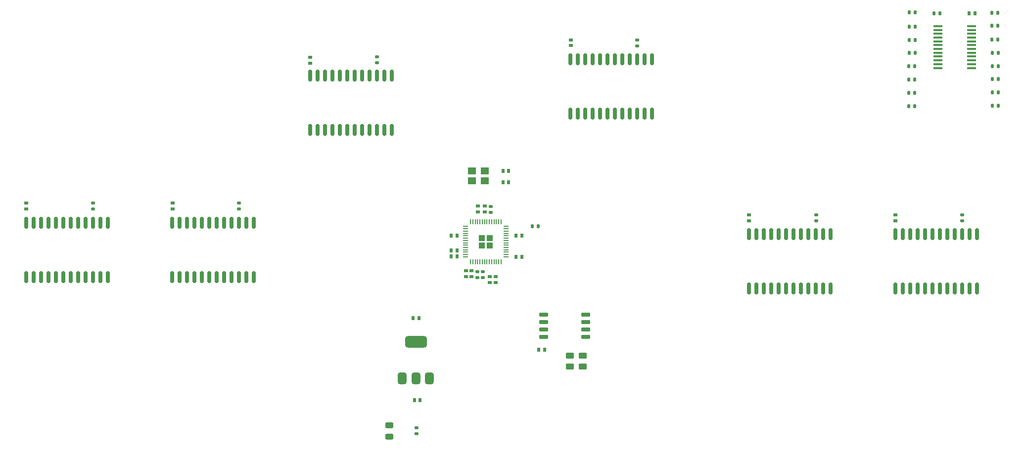
<source format=gbr>
%TF.GenerationSoftware,KiCad,Pcbnew,8.0.5*%
%TF.CreationDate,2024-09-28T19:10:59+02:00*%
%TF.ProjectId,FCU_Mainboard_v4,4643555f-4d61-4696-9e62-6f6172645f76,rev?*%
%TF.SameCoordinates,Original*%
%TF.FileFunction,Paste,Top*%
%TF.FilePolarity,Positive*%
%FSLAX46Y46*%
G04 Gerber Fmt 4.6, Leading zero omitted, Abs format (unit mm)*
G04 Created by KiCad (PCBNEW 8.0.5) date 2024-09-28 19:10:59*
%MOMM*%
%LPD*%
G01*
G04 APERTURE LIST*
G04 Aperture macros list*
%AMRoundRect*
0 Rectangle with rounded corners*
0 $1 Rounding radius*
0 $2 $3 $4 $5 $6 $7 $8 $9 X,Y pos of 4 corners*
0 Add a 4 corners polygon primitive as box body*
4,1,4,$2,$3,$4,$5,$6,$7,$8,$9,$2,$3,0*
0 Add four circle primitives for the rounded corners*
1,1,$1+$1,$2,$3*
1,1,$1+$1,$4,$5*
1,1,$1+$1,$6,$7*
1,1,$1+$1,$8,$9*
0 Add four rect primitives between the rounded corners*
20,1,$1+$1,$2,$3,$4,$5,0*
20,1,$1+$1,$4,$5,$6,$7,0*
20,1,$1+$1,$6,$7,$8,$9,0*
20,1,$1+$1,$8,$9,$2,$3,0*%
G04 Aperture macros list end*
%ADD10RoundRect,0.135000X-0.135000X-0.185000X0.135000X-0.185000X0.135000X0.185000X-0.135000X0.185000X0*%
%ADD11RoundRect,0.135000X0.135000X0.185000X-0.135000X0.185000X-0.135000X-0.185000X0.135000X-0.185000X0*%
%ADD12R,0.700000X0.600000*%
%ADD13R,0.600000X0.700000*%
%ADD14R,1.400000X1.200000*%
%ADD15RoundRect,0.150000X0.150000X-0.875000X0.150000X0.875000X-0.150000X0.875000X-0.150000X-0.875000X0*%
%ADD16RoundRect,0.135000X0.185000X-0.135000X0.185000X0.135000X-0.185000X0.135000X-0.185000X-0.135000X0*%
%ADD17RoundRect,0.051250X-0.733750X-0.153750X0.733750X-0.153750X0.733750X0.153750X-0.733750X0.153750X0*%
%ADD18RoundRect,0.250000X-0.450000X0.262500X-0.450000X-0.262500X0.450000X-0.262500X0.450000X0.262500X0*%
%ADD19RoundRect,0.250000X0.450000X-0.262500X0.450000X0.262500X-0.450000X0.262500X-0.450000X-0.262500X0*%
%ADD20RoundRect,0.150000X0.650000X0.150000X-0.650000X0.150000X-0.650000X-0.150000X0.650000X-0.150000X0*%
%ADD21RoundRect,0.135000X-0.185000X0.135000X-0.185000X-0.135000X0.185000X-0.135000X0.185000X0.135000X0*%
%ADD22RoundRect,0.250000X0.292217X0.292217X-0.292217X0.292217X-0.292217X-0.292217X0.292217X-0.292217X0*%
%ADD23RoundRect,0.050000X0.387500X0.050000X-0.387500X0.050000X-0.387500X-0.050000X0.387500X-0.050000X0*%
%ADD24RoundRect,0.050000X0.050000X0.387500X-0.050000X0.387500X-0.050000X-0.387500X0.050000X-0.387500X0*%
%ADD25RoundRect,0.375000X0.375000X-0.625000X0.375000X0.625000X-0.375000X0.625000X-0.375000X-0.625000X0*%
%ADD26RoundRect,0.500000X1.400000X-0.500000X1.400000X0.500000X-1.400000X0.500000X-1.400000X-0.500000X0*%
%ADD27RoundRect,0.243750X0.456250X-0.243750X0.456250X0.243750X-0.456250X0.243750X-0.456250X-0.243750X0*%
G04 APERTURE END LIST*
D10*
%TO.C,R21*%
X215530000Y-52725000D03*
X216550000Y-52725000D03*
%TD*%
D11*
%TO.C,R28*%
X230820000Y-54950000D03*
X229800000Y-54950000D03*
%TD*%
D12*
%TO.C,C4*%
X188200000Y-79200000D03*
X188200000Y-78200000D03*
%TD*%
D13*
%TO.C,C8*%
X131900000Y-109950000D03*
X130900000Y-109950000D03*
%TD*%
D12*
%TO.C,C2*%
X64505000Y-77200000D03*
X64505000Y-76200000D03*
%TD*%
D14*
%TO.C,Y1*%
X142950000Y-70700000D03*
X140750000Y-70700000D03*
X140750000Y-72400000D03*
X142950000Y-72400000D03*
%TD*%
D11*
%TO.C,R26*%
X230820000Y-57200000D03*
X229800000Y-57200000D03*
%TD*%
D10*
%TO.C,R23*%
X215530000Y-57325000D03*
X216550000Y-57325000D03*
%TD*%
D12*
%TO.C,C15*%
X113100000Y-52200000D03*
X113100000Y-51200000D03*
%TD*%
%TO.C,C16*%
X139700000Y-87800000D03*
X139700000Y-88800000D03*
%TD*%
D10*
%TO.C,R24*%
X215530000Y-59575000D03*
X216550000Y-59575000D03*
%TD*%
D15*
%TO.C,U3*%
X188190000Y-90800000D03*
X189460000Y-90800000D03*
X190730000Y-90800000D03*
X192000000Y-90800000D03*
X193270000Y-90800000D03*
X194540000Y-90800000D03*
X195810000Y-90800000D03*
X197080000Y-90800000D03*
X198350000Y-90800000D03*
X199620000Y-90800000D03*
X200890000Y-90800000D03*
X202160000Y-90800000D03*
X202160000Y-81500000D03*
X200890000Y-81500000D03*
X199620000Y-81500000D03*
X198350000Y-81500000D03*
X197080000Y-81500000D03*
X195810000Y-81500000D03*
X194540000Y-81500000D03*
X193270000Y-81500000D03*
X192000000Y-81500000D03*
X190730000Y-81500000D03*
X189460000Y-81500000D03*
X188190000Y-81500000D03*
%TD*%
D16*
%TO.C,R9*%
X199650000Y-79260000D03*
X199650000Y-78240000D03*
%TD*%
D13*
%TO.C,C21*%
X148300000Y-85400000D03*
X149300000Y-85400000D03*
%TD*%
%TO.C,C9*%
X153200000Y-101350000D03*
X152200000Y-101350000D03*
%TD*%
%TO.C,C6*%
X146050000Y-72650000D03*
X147050000Y-72650000D03*
%TD*%
D11*
%TO.C,R25*%
X230820000Y-59500000D03*
X229800000Y-59500000D03*
%TD*%
D10*
%TO.C,R3*%
X215580000Y-43495000D03*
X216600000Y-43495000D03*
%TD*%
D16*
%TO.C,R18*%
X142650000Y-88960000D03*
X142650000Y-87940000D03*
%TD*%
D13*
%TO.C,C23*%
X148300000Y-81800000D03*
X149300000Y-81800000D03*
%TD*%
D11*
%TO.C,R30*%
X230820000Y-50450000D03*
X229800000Y-50450000D03*
%TD*%
D10*
%TO.C,R4*%
X215580000Y-50475000D03*
X216600000Y-50475000D03*
%TD*%
D16*
%TO.C,R19*%
X169020000Y-49280000D03*
X169020000Y-48260000D03*
%TD*%
D17*
%TO.C,I2C_1*%
X220530000Y-45875000D03*
X220530000Y-46525000D03*
X220530000Y-47175000D03*
X220530000Y-47825000D03*
X220530000Y-48475000D03*
X220530000Y-49125000D03*
X220530000Y-49775000D03*
X220530000Y-50425000D03*
X220530000Y-51075000D03*
X220530000Y-51725000D03*
X220530000Y-52375000D03*
X220530000Y-53025000D03*
X226270000Y-53025000D03*
X226270000Y-52375000D03*
X226270000Y-51725000D03*
X226270000Y-51075000D03*
X226270000Y-50425000D03*
X226270000Y-49775000D03*
X226270000Y-49125000D03*
X226270000Y-48475000D03*
X226270000Y-47825000D03*
X226270000Y-47175000D03*
X226270000Y-46525000D03*
X226270000Y-45875000D03*
%TD*%
D15*
%TO.C,U9*%
X157640000Y-60850000D03*
X158910000Y-60850000D03*
X160180000Y-60850000D03*
X161450000Y-60850000D03*
X162720000Y-60850000D03*
X163990000Y-60850000D03*
X165260000Y-60850000D03*
X166530000Y-60850000D03*
X167800000Y-60850000D03*
X169070000Y-60850000D03*
X170340000Y-60850000D03*
X171610000Y-60850000D03*
X171610000Y-51550000D03*
X170340000Y-51550000D03*
X169070000Y-51550000D03*
X167800000Y-51550000D03*
X166530000Y-51550000D03*
X165260000Y-51550000D03*
X163990000Y-51550000D03*
X162720000Y-51550000D03*
X161450000Y-51550000D03*
X160180000Y-51550000D03*
X158910000Y-51550000D03*
X157640000Y-51550000D03*
%TD*%
D18*
%TO.C,R10*%
X159725000Y-102382500D03*
X159725000Y-104207500D03*
%TD*%
D16*
%TO.C,R8*%
X100905000Y-77210000D03*
X100905000Y-76190000D03*
%TD*%
%TO.C,R11*%
X224625000Y-79210000D03*
X224625000Y-78190000D03*
%TD*%
D19*
%TO.C,R15*%
X157475000Y-104207500D03*
X157475000Y-102382500D03*
%TD*%
D10*
%TO.C,R5*%
X229750000Y-45800000D03*
X230770000Y-45800000D03*
%TD*%
D13*
%TO.C,C10*%
X131700000Y-95900000D03*
X130700000Y-95900000D03*
%TD*%
D10*
%TO.C,R1*%
X215580000Y-48225000D03*
X216600000Y-48225000D03*
%TD*%
D15*
%TO.C,U6*%
X113070000Y-63650000D03*
X114340000Y-63650000D03*
X115610000Y-63650000D03*
X116880000Y-63650000D03*
X118150000Y-63650000D03*
X119420000Y-63650000D03*
X120690000Y-63650000D03*
X121960000Y-63650000D03*
X123230000Y-63650000D03*
X124500000Y-63650000D03*
X125770000Y-63650000D03*
X127040000Y-63650000D03*
X127040000Y-54350000D03*
X125770000Y-54350000D03*
X124500000Y-54350000D03*
X123230000Y-54350000D03*
X121960000Y-54350000D03*
X120690000Y-54350000D03*
X119420000Y-54350000D03*
X118150000Y-54350000D03*
X116880000Y-54350000D03*
X115610000Y-54350000D03*
X114340000Y-54350000D03*
X113070000Y-54350000D03*
%TD*%
D16*
%TO.C,R12*%
X124500000Y-52160000D03*
X124500000Y-51140000D03*
%TD*%
%TO.C,R17*%
X141700000Y-88960000D03*
X141700000Y-87940000D03*
%TD*%
D12*
%TO.C,C11*%
X140700000Y-87800000D03*
X140700000Y-88800000D03*
%TD*%
D20*
%TO.C,U7*%
X160225000Y-99100000D03*
X160225000Y-97830000D03*
X160225000Y-96560000D03*
X160225000Y-95290000D03*
X153025000Y-95290000D03*
X153025000Y-96560000D03*
X153025000Y-97830000D03*
X153025000Y-99100000D03*
%TD*%
D21*
%TO.C,R13*%
X131250000Y-114690000D03*
X131250000Y-115710000D03*
%TD*%
D10*
%TO.C,R22*%
X215530000Y-55025000D03*
X216550000Y-55025000D03*
%TD*%
D15*
%TO.C,U2*%
X89465000Y-88850000D03*
X90735000Y-88850000D03*
X92005000Y-88850000D03*
X93275000Y-88850000D03*
X94545000Y-88850000D03*
X95815000Y-88850000D03*
X97085000Y-88850000D03*
X98355000Y-88850000D03*
X99625000Y-88850000D03*
X100895000Y-88850000D03*
X102165000Y-88850000D03*
X103435000Y-88850000D03*
X103435000Y-79550000D03*
X102165000Y-79550000D03*
X100895000Y-79550000D03*
X99625000Y-79550000D03*
X98355000Y-79550000D03*
X97085000Y-79550000D03*
X95815000Y-79550000D03*
X94545000Y-79550000D03*
X93275000Y-79550000D03*
X92005000Y-79550000D03*
X90735000Y-79550000D03*
X89465000Y-79550000D03*
%TD*%
D12*
%TO.C,C5*%
X213200000Y-79200000D03*
X213200000Y-78200000D03*
%TD*%
D16*
%TO.C,R7*%
X75905000Y-77210000D03*
X75905000Y-76190000D03*
%TD*%
D13*
%TO.C,C22*%
X138200000Y-81800000D03*
X137200000Y-81800000D03*
%TD*%
D12*
%TO.C,C3*%
X89500000Y-77200000D03*
X89500000Y-76200000D03*
%TD*%
D15*
%TO.C,U4*%
X213190000Y-90800000D03*
X214460000Y-90800000D03*
X215730000Y-90800000D03*
X217000000Y-90800000D03*
X218270000Y-90800000D03*
X219540000Y-90800000D03*
X220810000Y-90800000D03*
X222080000Y-90800000D03*
X223350000Y-90800000D03*
X224620000Y-90800000D03*
X225890000Y-90800000D03*
X227160000Y-90800000D03*
X227160000Y-81500000D03*
X225890000Y-81500000D03*
X224620000Y-81500000D03*
X223350000Y-81500000D03*
X222080000Y-81500000D03*
X220810000Y-81500000D03*
X219540000Y-81500000D03*
X218270000Y-81500000D03*
X217000000Y-81500000D03*
X215730000Y-81500000D03*
X214460000Y-81500000D03*
X213190000Y-81500000D03*
%TD*%
%TO.C,U1*%
X64465000Y-88850000D03*
X65735000Y-88850000D03*
X67005000Y-88850000D03*
X68275000Y-88850000D03*
X69545000Y-88850000D03*
X70815000Y-88850000D03*
X72085000Y-88850000D03*
X73355000Y-88850000D03*
X74625000Y-88850000D03*
X75895000Y-88850000D03*
X77165000Y-88850000D03*
X78435000Y-88850000D03*
X78435000Y-79550000D03*
X77165000Y-79550000D03*
X75895000Y-79550000D03*
X74625000Y-79550000D03*
X73355000Y-79550000D03*
X72085000Y-79550000D03*
X70815000Y-79550000D03*
X69545000Y-79550000D03*
X68275000Y-79550000D03*
X67005000Y-79550000D03*
X65735000Y-79550000D03*
X64465000Y-79550000D03*
%TD*%
D10*
%TO.C,R16*%
X151090000Y-80150000D03*
X152110000Y-80150000D03*
%TD*%
D13*
%TO.C,C1*%
X226870000Y-43700000D03*
X225870000Y-43700000D03*
%TD*%
D11*
%TO.C,R6*%
X230770000Y-43550000D03*
X229750000Y-43550000D03*
%TD*%
D13*
%TO.C,C7*%
X146050000Y-70650000D03*
X147050000Y-70650000D03*
%TD*%
D11*
%TO.C,R2*%
X216600000Y-45975000D03*
X215580000Y-45975000D03*
%TD*%
%TO.C,R29*%
X230770000Y-48150000D03*
X229750000Y-48150000D03*
%TD*%
D12*
%TO.C,C12*%
X141750000Y-77700000D03*
X141750000Y-76700000D03*
%TD*%
D22*
%TO.C,U8*%
X143762500Y-83437500D03*
X143762500Y-82162500D03*
X142487500Y-83437500D03*
X142487500Y-82162500D03*
D23*
X146562500Y-85400000D03*
X146562500Y-85000000D03*
X146562500Y-84600000D03*
X146562500Y-84200000D03*
X146562500Y-83800000D03*
X146562500Y-83400000D03*
X146562500Y-83000000D03*
X146562500Y-82600000D03*
X146562500Y-82200000D03*
X146562500Y-81800000D03*
X146562500Y-81400000D03*
X146562500Y-81000000D03*
X146562500Y-80600000D03*
X146562500Y-80200000D03*
D24*
X145725000Y-79362500D03*
X145325000Y-79362500D03*
X144925000Y-79362500D03*
X144525000Y-79362500D03*
X144125000Y-79362500D03*
X143725000Y-79362500D03*
X143325000Y-79362500D03*
X142925000Y-79362500D03*
X142525000Y-79362500D03*
X142125000Y-79362500D03*
X141725000Y-79362500D03*
X141325000Y-79362500D03*
X140925000Y-79362500D03*
X140525000Y-79362500D03*
D23*
X139687500Y-80200000D03*
X139687500Y-80600000D03*
X139687500Y-81000000D03*
X139687500Y-81400000D03*
X139687500Y-81800000D03*
X139687500Y-82200000D03*
X139687500Y-82600000D03*
X139687500Y-83000000D03*
X139687500Y-83400000D03*
X139687500Y-83800000D03*
X139687500Y-84200000D03*
X139687500Y-84600000D03*
X139687500Y-85000000D03*
X139687500Y-85400000D03*
D24*
X140525000Y-86237500D03*
X140925000Y-86237500D03*
X141325000Y-86237500D03*
X141725000Y-86237500D03*
X142125000Y-86237500D03*
X142525000Y-86237500D03*
X142925000Y-86237500D03*
X143325000Y-86237500D03*
X143725000Y-86237500D03*
X144125000Y-86237500D03*
X144525000Y-86237500D03*
X144925000Y-86237500D03*
X145325000Y-86237500D03*
X145725000Y-86237500D03*
%TD*%
D11*
%TO.C,R27*%
X230820000Y-52700000D03*
X229800000Y-52700000D03*
%TD*%
D10*
%TO.C,R20*%
X219810000Y-43700000D03*
X220830000Y-43700000D03*
%TD*%
D16*
%TO.C,R14*%
X143950000Y-77760000D03*
X143950000Y-76740000D03*
%TD*%
D12*
%TO.C,C14*%
X144800000Y-88800000D03*
X144800000Y-89800000D03*
%TD*%
D13*
%TO.C,C26*%
X138200000Y-85350000D03*
X137200000Y-85350000D03*
%TD*%
D25*
%TO.C,U5*%
X128850000Y-106250000D03*
X131150000Y-106250000D03*
X133450000Y-106250000D03*
D26*
X131150000Y-99950000D03*
%TD*%
D13*
%TO.C,C25*%
X138200000Y-84350000D03*
X137200000Y-84350000D03*
%TD*%
D12*
%TO.C,C24*%
X142950000Y-77700000D03*
X142950000Y-76700000D03*
%TD*%
%TO.C,C17*%
X157650000Y-49200000D03*
X157650000Y-48200000D03*
%TD*%
%TO.C,C13*%
X143800000Y-88800000D03*
X143800000Y-89800000D03*
%TD*%
D27*
%TO.C,D1*%
X126600000Y-116187500D03*
X126600000Y-114312500D03*
%TD*%
M02*

</source>
